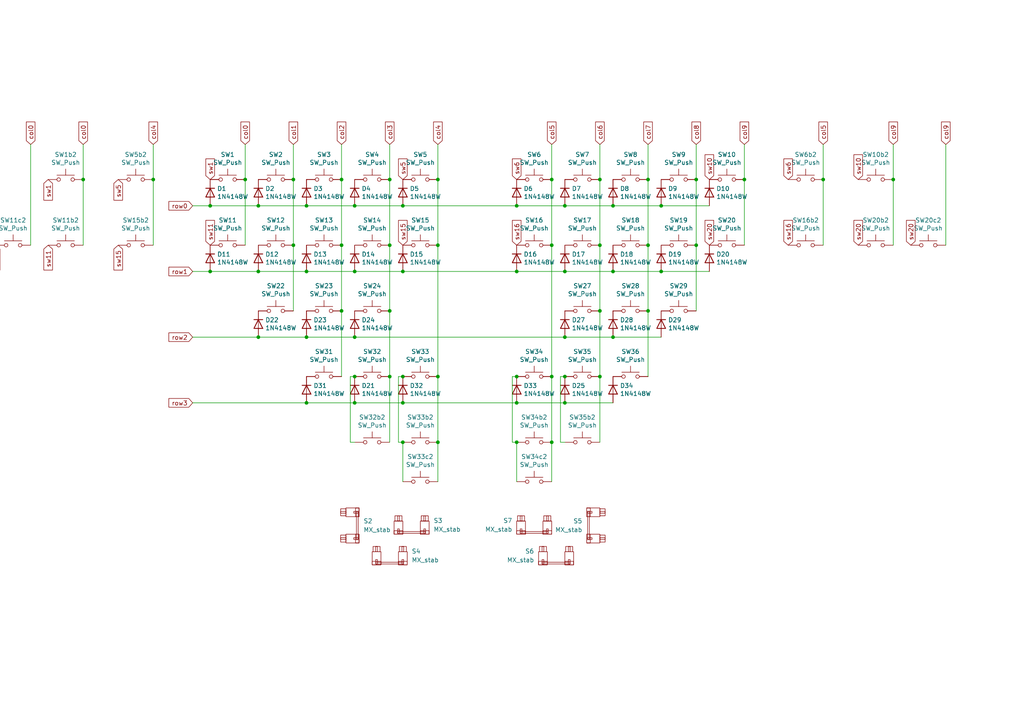
<source format=kicad_sch>
(kicad_sch (version 20230121) (generator eeschema)
  (paper "A4")
  (title_block (title "Chiffchaff") (date "2024-06-24") (rev "0.1") (company "apfel"))
  (lib_symbols
    (symbol "Diode:1N4148" (pin_numbers hide) (pin_names hide)
      (property "Reference" "D" (at 0 2.54 0))
      (property "Value" "1N4148" (at 0 -2.54 0))
      (symbol "1N4148_0_1"
        (polyline (pts (xy -1.27 1.27) (xy -1.27 -1.27)) (stroke (width 0.254)))
        (polyline (pts (xy 1.27 0) (xy -1.27 0)))
        (polyline (pts (xy 1.27 1.27) (xy 1.27 -1.27) (xy -1.27 0) (xy 1.27 1.27)) (stroke (width 0.254)))
      )
      (symbol "1N4148_1_1"
        (pin passive line (at -3.81 0 0) (length 2.54) (name "K") (number "1"))
        (pin passive line (at 3.81 0 180) (length 2.54) (name "A") (number "2"))
      )
    )
    (symbol "PCM_marbastlib-mx:MX_stab" (pin_names (offset 1.016))
      (property "Reference" "S" (at -5.08 6.35 0))
      (property "Value" "MX_stab" (at -5.08 3.81 0))
      (symbol "MX_stab_0_1"
        (rectangle (start -5.08 -1.524) (end -2.54 -2.54))
        (rectangle (start -5.08 1.27) (end -2.54 -2.54))
        (rectangle (start -4.826 2.794) (end -2.794 1.27))
        (rectangle (start -4.064 -2.286) (end -3.556 -1.016))
        (rectangle (start -4.064 -1.778) (end 4.064 -2.286))
        (rectangle (start -4.064 1.27) (end -3.556 2.794))
        (rectangle (start 2.54 -1.524) (end 5.08 -2.54))
        (rectangle (start 2.54 1.27) (end 5.08 -2.54))
        (rectangle (start 2.794 2.794) (end 4.826 1.27))
        (rectangle (start 3.556 1.27) (end 4.064 2.794))
        (rectangle (start 4.064 -2.286) (end 3.556 -1.016))
      )
    )
    (symbol "Switch:SW_Push" (pin_numbers hide) (pin_names (offset 1.016) hide)
      (property "Reference" "SW" (at 1.27 2.54 0))
      (property "Value" "SW_Push" (at 0 -1.524 0))
      (symbol "SW_Push_0_1"
        (circle (center -2.032 0) (radius 0.508))
        (polyline (pts (xy 0 1.27) (xy 0 3.048)))
        (polyline (pts (xy 2.54 1.27) (xy -2.54 1.27)))
        (circle (center 2.032 0) (radius 0.508))
        (pin passive line (at -5.08 0 0) (length 2.54) (name "1") (number "1"))
        (pin passive line (at 5.08 0 180) (length 2.54) (name "2") (number "2"))
      )
    )
  )
  (junction (at 187.96 52.07))
  (junction (at 102.87 109.22))
  (junction (at 102.87 78.74))
  (junction (at 160.02 71.12))
  (junction (at 160.02 52.07))
  (junction (at 116.84 116.84))
  (junction (at 116.84 109.22))
  (junction (at 149.86 128.27))
  (junction (at 74.93 59.69))
  (junction (at 60.96 59.69))
  (junction (at 127 71.12))
  (junction (at 24.13 52.07))
  (junction (at 163.83 97.79))
  (junction (at 88.9 97.79))
  (junction (at 149.86 78.74))
  (junction (at 113.03 52.07))
  (junction (at 74.93 97.79))
  (junction (at 44.45 52.07))
  (junction (at 191.77 78.74))
  (junction (at 99.06 90.17))
  (junction (at 177.8 59.69))
  (junction (at 187.96 71.12))
  (junction (at 99.06 52.07))
  (junction (at 149.86 109.22))
  (junction (at 85.09 71.12))
  (junction (at 116.84 128.27))
  (junction (at 60.96 78.74))
  (junction (at 102.87 59.69))
  (junction (at 201.93 71.12))
  (junction (at 160.02 109.22))
  (junction (at 113.03 90.17))
  (junction (at 187.96 90.17))
  (junction (at 163.83 109.22))
  (junction (at 163.83 59.69))
  (junction (at 163.83 116.84))
  (junction (at 88.9 78.74))
  (junction (at 127 128.27))
  (junction (at 88.9 116.84))
  (junction (at 173.99 90.17))
  (junction (at 71.12 52.07))
  (junction (at 149.86 59.69))
  (junction (at 191.77 59.69))
  (junction (at 113.03 109.22))
  (junction (at 238.76 52.07))
  (junction (at 149.86 116.84))
  (junction (at 74.93 78.74))
  (junction (at 173.99 71.12))
  (junction (at 88.9 59.69))
  (junction (at 85.09 52.07))
  (junction (at 215.9 52.07))
  (junction (at 102.87 116.84))
  (junction (at 116.84 59.69))
  (junction (at 173.99 52.07))
  (junction (at 201.93 52.07))
  (junction (at 259.08 52.07))
  (junction (at 177.8 97.79))
  (junction (at 116.84 78.74))
  (junction (at 113.03 71.12))
  (junction (at 127 52.07))
  (junction (at 160.02 128.27))
  (junction (at 173.99 109.22))
  (junction (at 99.06 71.12))
  (junction (at 163.83 78.74))
  (junction (at 102.87 97.79))
  (junction (at 127 109.22))
  (junction (at 177.8 78.74))
  (wire (pts (xy 149.86 59.69) (xy 163.83 59.69)))
  (wire (pts (xy 113.03 52.07) (xy 113.03 71.12)))
  (wire (pts (xy 116.84 128.27) (xy 115.57 128.27)))
  (wire (pts (xy 115.57 109.22) (xy 116.84 109.22)))
  (wire (pts (xy 163.83 59.69) (xy 177.8 59.69)))
  (wire (pts (xy 102.87 97.79) (xy 163.83 97.79)))
  (wire (pts (xy 238.76 52.07) (xy 238.76 71.12)))
  (wire (pts (xy 99.06 41.91) (xy 99.06 52.07)))
  (wire (pts (xy 160.02 52.07) (xy 160.02 71.12)))
  (wire (pts (xy 127 41.91) (xy 127 52.07)))
  (wire (pts (xy 116.84 128.27) (xy 116.84 139.7)))
  (wire (pts (xy 113.03 109.22) (xy 113.03 128.27)))
  (wire (pts (xy 148.59 109.22) (xy 149.86 109.22)))
  (wire (pts (xy 44.45 52.07) (xy 44.45 41.91)))
  (wire (pts (xy 173.99 109.22) (xy 173.99 128.27)))
  (wire (pts (xy 201.93 52.07) (xy 201.93 71.12)))
  (wire (pts (xy 162.56 128.27) (xy 162.56 109.22)))
  (wire (pts (xy 149.86 128.27) (xy 148.59 128.27)))
  (wire (pts (xy 85.09 71.12) (xy 85.09 90.17)))
  (wire (pts (xy 99.06 90.17) (xy 99.06 109.22)))
  (wire (pts (xy 8.89 41.91) (xy 8.89 71.12)))
  (wire (pts (xy 44.45 52.07) (xy 44.45 71.12)))
  (wire (pts (xy 173.99 41.91) (xy 173.99 52.07)))
  (wire (pts (xy 116.84 59.69) (xy 149.86 59.69)))
  (wire (pts (xy 173.99 52.07) (xy 173.99 71.12)))
  (wire (pts (xy 187.96 41.91) (xy 187.96 52.07)))
  (wire (pts (xy 102.87 128.27) (xy 101.6 128.27)))
  (wire (pts (xy 160.02 128.27) (xy 160.02 139.7)))
  (wire (pts (xy 24.13 52.07) (xy 24.13 71.12)))
  (wire (pts (xy 74.93 78.74) (xy 88.9 78.74)))
  (wire (pts (xy 116.84 116.84) (xy 149.86 116.84)))
  (wire (pts (xy 113.03 41.91) (xy 113.03 52.07)))
  (wire (pts (xy 116.84 78.74) (xy 149.86 78.74)))
  (wire (pts (xy 149.86 78.74) (xy 163.83 78.74)))
  (wire (pts (xy 160.02 109.22) (xy 160.02 128.27)))
  (wire (pts (xy 163.83 97.79) (xy 177.8 97.79)))
  (wire (pts (xy 88.9 116.84) (xy 102.87 116.84)))
  (wire (pts (xy 215.9 41.91) (xy 215.9 52.07)))
  (wire (pts (xy 160.02 71.12) (xy 160.02 109.22)))
  (wire (pts (xy 162.56 109.22) (xy 163.83 109.22)))
  (wire (pts (xy 259.08 41.91) (xy 259.08 52.07)))
  (wire (pts (xy 149.86 128.27) (xy 149.86 139.7)))
  (wire (pts (xy 55.88 116.84) (xy 88.9 116.84)))
  (wire (pts (xy 55.88 78.74) (xy 60.96 78.74)))
  (wire (pts (xy 163.83 128.27) (xy 162.56 128.27)))
  (wire (pts (xy 173.99 90.17) (xy 173.99 109.22)))
  (wire (pts (xy 102.87 116.84) (xy 116.84 116.84)))
  (wire (pts (xy 163.83 116.84) (xy 177.8 116.84)))
  (wire (pts (xy 74.93 59.69) (xy 88.9 59.69)))
  (wire (pts (xy 113.03 71.12) (xy 113.03 90.17)))
  (wire (pts (xy 191.77 59.69) (xy 205.74 59.69)))
  (wire (pts (xy 101.6 109.22) (xy 102.87 109.22)))
  (wire (pts (xy 55.88 59.69) (xy 60.96 59.69)))
  (wire (pts (xy 201.93 71.12) (xy 201.93 90.17)))
  (wire (pts (xy 88.9 59.69) (xy 102.87 59.69)))
  (wire (pts (xy 102.87 78.74) (xy 116.84 78.74)))
  (wire (pts (xy 215.9 52.07) (xy 215.9 71.12)))
  (wire (pts (xy 88.9 97.79) (xy 102.87 97.79)))
  (wire (pts (xy 187.96 52.07) (xy 187.96 71.12)))
  (wire (pts (xy 55.88 97.79) (xy 74.93 97.79)))
  (wire (pts (xy 127 71.12) (xy 127 109.22)))
  (wire (pts (xy 177.8 97.79) (xy 191.77 97.79)))
  (wire (pts (xy 274.32 41.91) (xy 274.32 71.12)))
  (wire (pts (xy 173.99 71.12) (xy 173.99 90.17)))
  (wire (pts (xy 113.03 90.17) (xy 113.03 109.22)))
  (wire (pts (xy 127 128.27) (xy 127 139.7)))
  (wire (pts (xy 24.13 52.07) (xy 24.13 41.91)))
  (wire (pts (xy 187.96 71.12) (xy 187.96 90.17)))
  (wire (pts (xy 85.09 41.91) (xy 85.09 52.07)))
  (wire (pts (xy 149.86 116.84) (xy 163.83 116.84)))
  (wire (pts (xy 238.76 41.91) (xy 238.76 52.07)))
  (wire (pts (xy 160.02 41.91) (xy 160.02 52.07)))
  (wire (pts (xy 71.12 52.07) (xy 71.12 71.12)))
  (wire (pts (xy 85.09 52.07) (xy 85.09 71.12)))
  (wire (pts (xy 88.9 78.74) (xy 102.87 78.74)))
  (wire (pts (xy 127 109.22) (xy 127 128.27)))
  (wire (pts (xy 127 52.07) (xy 127 71.12)))
  (wire (pts (xy 115.57 128.27) (xy 115.57 109.22)))
  (wire (pts (xy 99.06 52.07) (xy 99.06 71.12)))
  (wire (pts (xy 163.83 78.74) (xy 177.8 78.74)))
  (wire (pts (xy 148.59 128.27) (xy 148.59 109.22)))
  (wire (pts (xy 201.93 41.91) (xy 201.93 52.07)))
  (wire (pts (xy 99.06 71.12) (xy 99.06 90.17)))
  (wire (pts (xy 191.77 78.74) (xy 205.74 78.74)))
  (wire (pts (xy 177.8 59.69) (xy 191.77 59.69)))
  (wire (pts (xy 71.12 52.07) (xy 71.12 41.91)))
  (wire (pts (xy 259.08 52.07) (xy 259.08 71.12)))
  (wire (pts (xy 187.96 90.17) (xy 187.96 109.22)))
  (wire (pts (xy 177.8 78.74) (xy 191.77 78.74)))
  (wire (pts (xy 101.6 128.27) (xy 101.6 109.22)))
  (wire (pts (xy 60.96 78.74) (xy 74.93 78.74)))
  (wire (pts (xy 74.93 97.79) (xy 88.9 97.79)))
  (wire (pts (xy 102.87 59.69) (xy 116.84 59.69)))
  (wire (pts (xy 60.96 59.69) (xy 74.93 59.69)))
  (global_label "sw1" (shape input) (at 13.97 52.07 270) (property "Intersheetrefs" "${INTERSHEET_REFS}" (effects hide)))
  (global_label "col7" (shape input) (at 187.96 41.91 90) (property "Intersheetrefs" "${INTERSHEET_REFS}" (effects hide)))
  (global_label "sw15" (shape input) (at 34.29 71.12 270) (property "Intersheetrefs" "${INTERSHEET_REFS}" (effects hide)))
  (global_label "col2" (shape input) (at 99.06 41.91 90) (property "Intersheetrefs" "${INTERSHEET_REFS}" (effects hide)))
  (global_label "col8" (shape input) (at 201.93 41.91 90) (property "Intersheetrefs" "${INTERSHEET_REFS}" (effects hide)))
  (global_label "col0" (shape input) (at 24.13 41.91 90) (property "Intersheetrefs" "${INTERSHEET_REFS}" (effects hide)))
  (global_label "sw11" (shape input) (at -1.27 71.12 270) (property "Intersheetrefs" "${INTERSHEET_REFS}" (effects hide)))
  (global_label "sw5" (shape input) (at 116.84 52.07 90) (property "Intersheetrefs" "${INTERSHEET_REFS}" (effects hide)))
  (global_label "col0" (shape input) (at 71.12 41.91 90) (property "Intersheetrefs" "${INTERSHEET_REFS}" (effects hide)))
  (global_label "col3" (shape input) (at 113.03 41.91 90) (property "Intersheetrefs" "${INTERSHEET_REFS}" (effects hide)))
  (global_label "col4" (shape input) (at 127 41.91 90) (property "Intersheetrefs" "${INTERSHEET_REFS}" (effects hide)))
  (global_label "sw16" (shape input) (at 228.6 71.12 90) (property "Intersheetrefs" "${INTERSHEET_REFS}" (effects hide)))
  (global_label "col4" (shape input) (at 44.45 41.91 90) (property "Intersheetrefs" "${INTERSHEET_REFS}" (effects hide)))
  (global_label "row1" (shape input) (at 55.88 78.74 180) (property "Intersheetrefs" "${INTERSHEET_REFS}" (effects hide)))
  (global_label "sw20" (shape input) (at 264.16 71.12 90) (property "Intersheetrefs" "${INTERSHEET_REFS}" (effects hide)))
  (global_label "row2" (shape input) (at 55.88 97.79 180) (property "Intersheetrefs" "${INTERSHEET_REFS}" (effects hide)))
  (global_label "col5" (shape input) (at 238.76 41.91 90) (property "Intersheetrefs" "${INTERSHEET_REFS}" (effects hide)))
  (global_label "row3" (shape input) (at 55.88 116.84 180) (property "Intersheetrefs" "${INTERSHEET_REFS}" (effects hide)))
  (global_label "col9" (shape input) (at 259.08 41.91 90) (property "Intersheetrefs" "${INTERSHEET_REFS}" (effects hide)))
  (global_label "sw5" (shape input) (at 34.29 52.07 270) (property "Intersheetrefs" "${INTERSHEET_REFS}" (effects hide)))
  (global_label "sw16" (shape input) (at 149.86 71.12 90) (property "Intersheetrefs" "${INTERSHEET_REFS}" (effects hide)))
  (global_label "sw20" (shape input) (at 205.74 71.12 90) (property "Intersheetrefs" "${INTERSHEET_REFS}" (effects hide)))
  (global_label "sw11" (shape input) (at 60.96 71.12 90) (property "Intersheetrefs" "${INTERSHEET_REFS}" (effects hide)))
  (global_label "col9" (shape input) (at 274.32 41.91 90) (property "Intersheetrefs" "${INTERSHEET_REFS}" (effects hide)))
  (global_label "col1" (shape input) (at 85.09 41.91 90) (property "Intersheetrefs" "${INTERSHEET_REFS}" (effects hide)))
  (global_label "sw11" (shape input) (at 13.97 71.12 270) (property "Intersheetrefs" "${INTERSHEET_REFS}" (effects hide)))
  (global_label "sw20" (shape input) (at 248.92 71.12 90) (property "Intersheetrefs" "${INTERSHEET_REFS}" (effects hide)))
  (global_label "col5" (shape input) (at 160.02 41.91 90) (property "Intersheetrefs" "${INTERSHEET_REFS}" (effects hide)))
  (global_label "row0" (shape input) (at 55.88 59.69 180) (property "Intersheetrefs" "${INTERSHEET_REFS}" (effects hide)))
  (global_label "sw10" (shape input) (at 205.74 52.07 90) (property "Intersheetrefs" "${INTERSHEET_REFS}" (effects hide)))
  (global_label "sw15" (shape input) (at 116.84 71.12 90) (property "Intersheetrefs" "${INTERSHEET_REFS}" (effects hide)))
  (global_label "col0" (shape input) (at 8.89 41.91 90) (property "Intersheetrefs" "${INTERSHEET_REFS}" (effects hide)))
  (global_label "col9" (shape input) (at 215.9 41.91 90) (property "Intersheetrefs" "${INTERSHEET_REFS}" (effects hide)))
  (global_label "sw1" (shape input) (at 60.96 52.07 90) (property "Intersheetrefs" "${INTERSHEET_REFS}" (effects hide)))
  (global_label "sw10" (shape input) (at 248.92 52.07 90) (property "Intersheetrefs" "${INTERSHEET_REFS}" (effects hide)))
  (global_label "sw6" (shape input) (at 228.6 52.07 90) (property "Intersheetrefs" "${INTERSHEET_REFS}" (effects hide)))
  (global_label "sw6" (shape input) (at 149.86 52.07 90) (property "Intersheetrefs" "${INTERSHEET_REFS}" (effects hide)))
  (global_label "col6" (shape input) (at 173.99 41.91 90) (property "Intersheetrefs" "${INTERSHEET_REFS}" (effects hide)))
  (symbol (lib_id "Diode:1N4148") (at 205.74 74.93 270) (unit 1)
    (property "Reference" "D20" (at 207.7466 73.7616 90) (effects (justify left)))
    (property "Value" "1N4148W" (at 207.7466 76.073 90) (effects (justify left)))
    (property "Footprint" "Diode_SMD:D_SOD-123" (effects hide))
    (property "Datasheet" "https://assets.nexperia.com/documents/data-sheet/1N4148_1N4448.pdf" (effects hide))
    (property "JlcRotOffset" "-14" (effects hide))
    (instances (project "kicad_chiffre_minus" (path "" (reference "D20") (unit 1))) (project "LeChiffre" (path "" (reference "D?") (unit 1))))
  )
  (symbol (lib_id "Diode:1N4148") (at 102.87 74.93 270) (unit 1)
    (property "Reference" "D14" (at 104.8766 73.7616 90) (effects (justify left)))
    (property "Value" "1N4148W" (at 104.8766 76.073 90) (effects (justify left)))
    (property "Footprint" "Diode_SMD:D_SOD-123" (effects hide))
    (property "Datasheet" "https://assets.nexperia.com/documents/data-sheet/1N4148_1N4448.pdf" (effects hide))
    (property "JlcRotOffset" "14" (effects hide))
    (instances (project "kicad_chiffre_minus" (path "" (reference "D14") (unit 1))) (project "LeChiffre" (path "" (reference "D?") (unit 1))))
  )
  (symbol (lib_id "Diode:1N4148") (at 177.8 113.03 270) (unit 1)
    (property "Reference" "D34" (at 179.8066 111.8616 90) (effects (justify left)))
    (property "Value" "1N4148W" (at 179.8066 114.173 90) (effects (justify left)))
    (property "Footprint" "Diode_SMD:D_SOD-123" (effects hide))
    (property "Datasheet" "https://assets.nexperia.com/documents/data-sheet/1N4148_1N4448.pdf" (effects hide))
    (property "JlcRotOffset" "-14" (effects hide))
    (instances (project "kicad_chiffre_minus" (path "" (reference "D34") (unit 1))) (project "LeChiffre" (path "" (reference "D?") (unit 1))))
  )
  (symbol (lib_id "PCM_marbastlib-mx:MX_stab") (at 154.94 152.4 0) (mirror y) (unit 1)
    (property "Reference" "S7" (at 148.59 151.003 0) (effects (justify left)))
    (property "Value" "MX_stab" (at 148.59 153.543 0) (effects (justify left)))
    (property "Footprint" "apfellib:STAB_MX_3.25u" (effects hide))
  )
  (symbol (lib_id "Switch:SW_Push") (at 80.01 90.17 0) (unit 1)
    (property "Reference" "SW22" (at 80.01 82.931 0))
    (property "Value" "SW_Push" (at 80.01 85.2424 0))
    (property "Footprint" "PCM_marbastlib-mx:SW_MX_1u" (effects hide))
    (property "exclude_pcba" "true" (effects hide))
    (instances (project "kicad_chiffre_minus" (path "" (reference "SW22") (unit 1))) (project "LeChiffre" (path "" (reference "SW?") (unit 1))))
  )
  (symbol (lib_id "Switch:SW_Push") (at 233.68 71.12 0) (unit 1)
    (property "Reference" "SW16b2" (at 233.68 63.881 0))
    (property "Value" "SW_Push" (at 233.68 66.1924 0))
    (property "Footprint" "PCM_marbastlib-mx:SW_MX_1.5u" (effects hide))
    (property "exclude_pcba" "true" (effects hide))
  )
  (symbol (lib_id "Diode:1N4148") (at 116.84 55.88 270) (unit 1)
    (property "Reference" "D5" (at 118.8466 54.7116 90) (effects (justify left)))
    (property "Value" "1N4148W" (at 118.8466 57.023 90) (effects (justify left)))
    (property "Footprint" "Diode_SMD:D_SOD-123" (effects hide))
    (property "Datasheet" "https://assets.nexperia.com/documents/data-sheet/1N4148_1N4448.pdf" (effects hide))
    (property "JlcRotOffset" "14" (effects hide))
    (instances (project "kicad_chiffre_minus" (path "" (reference "D5") (unit 1))) (project "LeChiffre" (path "" (reference "D?") (unit 1))))
  )
  (symbol (lib_id "Diode:1N4148") (at 88.9 93.98 270) (unit 1)
    (property "Reference" "D23" (at 90.9066 92.8116 90) (effects (justify left)))
    (property "Value" "1N4148W" (at 90.9066 95.123 90) (effects (justify left)))
    (property "Footprint" "Diode_SMD:D_SOD-123" (effects hide))
    (property "Datasheet" "https://assets.nexperia.com/documents/data-sheet/1N4148_1N4448.pdf" (effects hide))
    (property "JlcRotOffset" "14" (effects hide))
    (instances (project "kicad_chiffre_minus" (path "" (reference "D23") (unit 1))) (project "LeChiffre" (path "" (reference "D?") (unit 1))))
  )
  (symbol (lib_id "Diode:1N4148") (at 74.93 74.93 270) (unit 1)
    (property "Reference" "D12" (at 76.9366 73.7616 90) (effects (justify left)))
    (property "Value" "1N4148W" (at 76.9366 76.073 90) (effects (justify left)))
    (property "Footprint" "Diode_SMD:D_SOD-123" (effects hide))
    (property "Datasheet" "https://assets.nexperia.com/documents/data-sheet/1N4148_1N4448.pdf" (effects hide))
    (property "JlcRotOffset" "14" (effects hide))
    (instances (project "kicad_chiffre_minus" (path "" (reference "D12") (unit 1))) (project "LeChiffre" (path "" (reference "D?") (unit 1))))
  )
  (symbol (lib_id "Switch:SW_Push") (at 196.85 71.12 0) (unit 1)
    (property "Reference" "SW19" (at 196.85 63.881 0))
    (property "Value" "SW_Push" (at 196.85 66.1924 0))
    (property "Footprint" "PCM_marbastlib-mx:SW_MX_1u" (effects hide))
    (property "exclude_pcba" "true" (effects hide))
    (instances (project "kicad_chiffre_minus" (path "" (reference "SW19") (unit 1))) (project "LeChiffre" (path "" (reference "SW?") (unit 1))))
  )
  (symbol (lib_id "Switch:SW_Push") (at 121.92 71.12 0) (unit 1)
    (property "Reference" "SW15" (at 121.92 63.881 0))
    (property "Value" "SW_Push" (at 121.92 66.1924 0))
    (property "Footprint" "PCM_marbastlib-mx:SW_MX_1u" (effects hide))
    (property "exclude_pcba" "true" (effects hide))
    (instances (project "kicad_chiffre_minus" (path "" (reference "SW15") (unit 1))) (project "LeChiffre" (path "" (reference "SW?") (unit 1))))
  )
  (symbol (lib_id "Switch:SW_Push") (at 3.81 71.12 0) (mirror y) (unit 1)
    (property "Reference" "SW11c2" (at 3.81 63.881 0))
    (property "Value" "SW_Push" (at 3.81 66.1924 0))
    (property "Footprint" "PCM_marbastlib-mx:SW_MX_1u" (effects hide))
    (property "exclude_pcba" "true" (effects hide))
  )
  (symbol (lib_id "Switch:SW_Push") (at 121.92 128.27 0) (unit 1)
    (property "Reference" "SW33b2" (at 121.92 121.031 0))
    (property "Value" "SW_Push" (at 121.92 123.3424 0))
    (property "Footprint" "PCM_marbastlib-mx:SW_MX_1.5u" (effects hide))
    (property "exclude_pcba" "true" (effects hide))
  )
  (symbol (lib_id "Switch:SW_Push") (at 168.91 109.22 0) (unit 1)
    (property "Reference" "SW35" (at 168.91 101.981 0))
    (property "Value" "SW_Push" (at 168.91 104.2924 0))
    (property "Footprint" "PCM_marbastlib-mx:SW_MX_1.25u" (effects hide))
    (property "exclude_pcba" "true" (effects hide))
  )
  (symbol (lib_id "Diode:1N4148") (at 177.8 93.98 270) (unit 1)
    (property "Reference" "D28" (at 179.8066 92.8116 90) (effects (justify left)))
    (property "Value" "1N4148W" (at 179.8066 95.123 90) (effects (justify left)))
    (property "Footprint" "Diode_SMD:D_SOD-123" (effects hide))
    (property "Datasheet" "https://assets.nexperia.com/documents/data-sheet/1N4148_1N4448.pdf" (effects hide))
    (property "JlcRotOffset" "-14" (effects hide))
    (instances (project "kicad_chiffre_minus" (path "" (reference "D28") (unit 1))) (project "LeChiffre" (path "" (reference "D?") (unit 1))))
  )
  (symbol (lib_id "Diode:1N4148") (at 149.86 113.03 270) (unit 1)
    (property "Reference" "D33" (at 151.8666 111.8616 90) (effects (justify left)))
    (property "Value" "1N4148W" (at 151.8666 114.173 90) (effects (justify left)))
    (property "Footprint" "Diode_SMD:D_SOD-123" (effects hide))
    (property "Datasheet" "https://assets.nexperia.com/documents/data-sheet/1N4148_1N4448.pdf" (effects hide))
    (property "JlcRotOffset" "-14" (effects hide))
    (instances (project "kicad_chiffre_minus" (path "" (reference "D33") (unit 1))) (project "LeChiffre" (path "" (reference "D?") (unit 1))))
  )
  (symbol (lib_id "Switch:SW_Push") (at 168.91 128.27 0) (unit 1)
    (property "Reference" "SW35b2" (at 168.91 121.031 0))
    (property "Value" "SW_Push" (at 168.91 123.3424 0))
    (property "Footprint" "PCM_marbastlib-mx:SW_MX_1u" (effects hide))
    (property "exclude_pcba" "true" (effects hide))
  )
  (symbol (lib_id "Switch:SW_Push") (at 182.88 71.12 0) (unit 1)
    (property "Reference" "SW18" (at 182.88 63.881 0))
    (property "Value" "SW_Push" (at 182.88 66.1924 0))
    (property "Footprint" "PCM_marbastlib-mx:SW_MX_1u" (effects hide))
    (property "exclude_pcba" "true" (effects hide))
    (instances (project "kicad_chiffre_minus" (path "" (reference "SW18") (unit 1))) (project "LeChiffre" (path "" (reference "SW?") (unit 1))))
  )
  (symbol (lib_id "Switch:SW_Push") (at 182.88 109.22 0) (unit 1)
    (property "Reference" "SW36" (at 182.88 101.981 0))
    (property "Value" "SW_Push" (at 182.88 104.2924 0))
    (property "Footprint" "PCM_marbastlib-mx:SW_MX_1u" (effects hide))
    (property "exclude_pcba" "true" (effects hide))
    (instances (project "kicad_chiffre_minus" (path "" (reference "SW36") (unit 1))) (project "LeChiffre" (path "" (reference "SW?") (unit 1))))
  )
  (symbol (lib_id "Switch:SW_Push") (at 168.91 90.17 0) (unit 1)
    (property "Reference" "SW27" (at 168.91 82.931 0))
    (property "Value" "SW_Push" (at 168.91 85.2424 0))
    (property "Footprint" "PCM_marbastlib-mx:SW_MX_1u" (effects hide))
    (property "exclude_pcba" "true" (effects hide))
    (instances (project "kicad_chiffre_minus" (path "" (reference "SW27") (unit 1))) (project "LeChiffre" (path "" (reference "SW?") (unit 1))))
  )
  (symbol (lib_id "Switch:SW_Push") (at 154.94 139.7 0) (unit 1)
    (property "Reference" "SW34c2" (at 154.94 132.461 0))
    (property "Value" "SW_Push" (at 154.94 134.7724 0))
    (property "Footprint" "PCM_marbastlib-mx:SW_MX_1u" (effects hide))
    (property "exclude_pcba" "true" (effects hide))
  )
  (symbol (lib_id "Switch:SW_Push") (at 154.94 128.27 0) (unit 1)
    (property "Reference" "SW34b2" (at 154.94 121.031 0))
    (property "Value" "SW_Push" (at 154.94 123.3424 0))
    (property "Footprint" "PCM_marbastlib-mx:SW_MX_1.5u" (effects hide))
    (property "exclude_pcba" "true" (effects hide))
  )
  (symbol (lib_id "Switch:SW_Push") (at 210.82 52.07 0) (unit 1)
    (property "Reference" "SW10" (at 210.82 44.831 0))
    (property "Value" "SW_Push" (at 210.82 47.1424 0))
    (property "Footprint" "PCM_marbastlib-mx:SW_MX_1u" (effects hide))
    (property "exclude_pcba" "true" (effects hide))
    (instances (project "kicad_chiffre_minus" (path "" (reference "SW10") (unit 1))) (project "LeChiffre" (path "" (reference "SW?") (unit 1))))
  )
  (symbol (lib_id "Switch:SW_Push") (at 93.98 71.12 0) (unit 1)
    (property "Reference" "SW13" (at 93.98 63.881 0))
    (property "Value" "SW_Push" (at 93.98 66.1924 0))
    (property "Footprint" "PCM_marbastlib-mx:SW_MX_1u" (effects hide))
    (property "exclude_pcba" "true" (effects hide))
    (instances (project "kicad_chiffre_minus" (path "" (reference "SW13") (unit 1))) (project "LeChiffre" (path "" (reference "SW?") (unit 1))))
  )
  (symbol (lib_id "Switch:SW_Push") (at 107.95 71.12 0) (unit 1)
    (property "Reference" "SW14" (at 107.95 63.881 0))
    (property "Value" "SW_Push" (at 107.95 66.1924 0))
    (property "Footprint" "PCM_marbastlib-mx:SW_MX_1u" (effects hide))
    (property "exclude_pcba" "true" (effects hide))
    (instances (project "kicad_chiffre_minus" (path "" (reference "SW14") (unit 1))) (project "LeChiffre" (path "" (reference "SW?") (unit 1))))
  )
  (symbol (lib_id "Switch:SW_Push") (at 107.95 90.17 0) (unit 1)
    (property "Reference" "SW24" (at 107.95 82.931 0))
    (property "Value" "SW_Push" (at 107.95 85.2424 0))
    (property "Footprint" "PCM_marbastlib-mx:SW_MX_1u" (effects hide))
    (property "exclude_pcba" "true" (effects hide))
    (instances (project "kicad_chiffre_minus" (path "" (reference "SW24") (unit 1))) (project "LeChiffre" (path "" (reference "SW?") (unit 1))))
  )
  (symbol (lib_id "Switch:SW_Push") (at 66.04 52.07 0) (unit 1)
    (property "Reference" "SW1" (at 66.04 44.831 0))
    (property "Value" "SW_Push" (at 66.04 47.1424 0))
    (property "Footprint" "PCM_marbastlib-mx:SW_MX_1u" (effects hide))
    (property "exclude_pcba" "true" (effects hide))
    (instances (project "kicad_chiffre_minus" (path "" (reference "SW1") (unit 1))) (project "LeChiffre" (path "" (reference "SW?") (unit 1))))
  )
  (symbol (lib_id "Switch:SW_Push") (at 80.01 52.07 0) (unit 1)
    (property "Reference" "SW2" (at 80.01 44.831 0))
    (property "Value" "SW_Push" (at 80.01 47.1424 0))
    (property "Footprint" "PCM_marbastlib-mx:SW_MX_1u" (effects hide))
    (property "exclude_pcba" "true" (effects hide))
    (instances (project "kicad_chiffre_minus" (path "" (reference "SW2") (unit 1))) (project "LeChiffre" (path "" (reference "SW?") (unit 1))))
  )
  (symbol (lib_id "Switch:SW_Push") (at 254 52.07 0) (unit 1)
    (property "Reference" "SW10b2" (at 254 44.831 0))
    (property "Value" "SW_Push" (at 254 47.1424 0))
    (property "Footprint" "PCM_marbastlib-mx:SW_MX_1.5u" (effects hide))
    (property "exclude_pcba" "true" (effects hide))
  )
  (symbol (lib_id "Switch:SW_Push") (at 196.85 90.17 0) (unit 1)
    (property "Reference" "SW29" (at 196.85 82.931 0))
    (property "Value" "SW_Push" (at 196.85 85.2424 0))
    (property "Footprint" "PCM_marbastlib-mx:SW_MX_1u" (effects hide))
    (property "exclude_pcba" "true" (effects hide))
    (instances (project "kicad_chiffre_minus" (path "" (reference "SW29") (unit 1))) (project "LeChiffre" (path "" (reference "SW?") (unit 1))))
  )
  (symbol (lib_id "Diode:1N4148") (at 88.9 74.93 270) (unit 1)
    (property "Reference" "D13" (at 90.9066 73.7616 90) (effects (justify left)))
    (property "Value" "1N4148W" (at 90.9066 76.073 90) (effects (justify left)))
    (property "Footprint" "Diode_SMD:D_SOD-123" (effects hide))
    (property "Datasheet" "https://assets.nexperia.com/documents/data-sheet/1N4148_1N4448.pdf" (effects hide))
    (property "JlcRotOffset" "14" (effects hide))
    (instances (project "kicad_chiffre_minus" (path "" (reference "D13") (unit 1))) (project "LeChiffre" (path "" (reference "D?") (unit 1))))
  )
  (symbol (lib_id "Switch:SW_Push") (at 154.94 71.12 0) (unit 1)
    (property "Reference" "SW16" (at 154.94 63.881 0))
    (property "Value" "SW_Push" (at 154.94 66.1924 0))
    (property "Footprint" "PCM_marbastlib-mx:SW_MX_1u" (effects hide))
    (property "exclude_pcba" "true" (effects hide))
    (instances (project "kicad_chiffre_minus" (path "" (reference "SW16") (unit 1))) (project "LeChiffre" (path "" (reference "SW?") (unit 1))))
  )
  (symbol (lib_id "Switch:SW_Push") (at 168.91 52.07 0) (unit 1)
    (property "Reference" "SW7" (at 168.91 44.831 0))
    (property "Value" "SW_Push" (at 168.91 47.1424 0))
    (property "Footprint" "PCM_marbastlib-mx:SW_MX_1u" (effects hide))
    (property "exclude_pcba" "true" (effects hide))
    (instances (project "kicad_chiffre_minus" (path "" (reference "SW7") (unit 1))) (project "LeChiffre" (path "" (reference "SW?") (unit 1))))
  )
  (symbol (lib_id "Switch:SW_Push") (at 39.37 71.12 0) (mirror y) (unit 1)
    (property "Reference" "SW15b2" (at 39.37 63.881 0))
    (property "Value" "SW_Push" (at 39.37 66.1924 0))
    (property "Footprint" "PCM_marbastlib-mx:SW_MX_1.5u" (effects hide))
    (property "exclude_pcba" "true" (effects hide))
  )
  (symbol (lib_id "PCM_marbastlib-mx:MX_stab") (at 101.6 152.4 90) (unit 1)
    (property "Reference" "S2" (at 105.41 151.13 90) (effects (justify right)))
    (property "Value" "MX_stab" (at 105.41 153.67 90) (effects (justify right)))
    (property "Footprint" "PCM_marbastlib-mx:STAB_MX_3u" (effects hide))
  )
  (symbol (lib_id "Switch:SW_Push") (at 154.94 109.22 0) (unit 1)
    (property "Reference" "SW34" (at 154.94 101.981 0))
    (property "Value" "SW_Push" (at 154.94 104.2924 0))
    (property "Footprint" "PCM_marbastlib-mx:SW_MX_1u" (effects hide))
    (property "exclude_pcba" "true" (effects hide))
    (instances (project "kicad_chiffre_minus" (path "" (reference "SW34") (unit 1))) (project "LeChiffre" (path "" (reference "SW?") (unit 1))))
  )
  (symbol (lib_id "Switch:SW_Push") (at 121.92 52.07 0) (unit 1)
    (property "Reference" "SW5" (at 121.92 44.831 0))
    (property "Value" "SW_Push" (at 121.92 47.1424 0))
    (property "Footprint" "PCM_marbastlib-mx:SW_MX_1u" (effects hide))
    (property "exclude_pcba" "true" (effects hide))
    (instances (project "kicad_chiffre_minus" (path "" (reference "SW5") (unit 1))) (project "LeChiffre" (path "" (reference "SW?") (unit 1))))
  )
  (symbol (lib_id "PCM_marbastlib-mx:MX_stab") (at 119.38 152.4 0) (unit 1)
    (property "Reference" "S3" (at 125.73 151.003 0) (effects (justify left)))
    (property "Value" "MX_stab" (at 125.73 153.543 0) (effects (justify left)))
    (property "Footprint" "apfellib:STAB_MX_3.25u" (effects hide))
  )
  (symbol (lib_id "Switch:SW_Push") (at 121.92 109.22 0) (unit 1)
    (property "Reference" "SW33" (at 121.92 101.981 0))
    (property "Value" "SW_Push" (at 121.92 104.2924 0))
    (property "Footprint" "PCM_marbastlib-mx:SW_MX_1u" (effects hide))
    (property "exclude_pcba" "true" (effects hide))
    (instances (project "kicad_chiffre_minus" (path "" (reference "SW33") (unit 1))) (project "LeChiffre" (path "" (reference "SW?") (unit 1))))
  )
  (symbol (lib_id "Diode:1N4148") (at 102.87 113.03 270) (unit 1)
    (property "Reference" "D21" (at 104.8766 111.8616 90) (effects (justify left)))
    (property "Value" "1N4148W" (at 104.8766 114.173 90) (effects (justify left)))
    (property "Footprint" "Diode_SMD:D_SOD-123" (effects hide))
    (property "Datasheet" "https://assets.nexperia.com/documents/data-sheet/1N4148_1N4448.pdf" (effects hide))
    (property "JlcRotOffset" "14" (effects hide))
  )
  (symbol (lib_id "Diode:1N4148") (at 116.84 113.03 270) (unit 1)
    (property "Reference" "D32" (at 118.8466 111.8616 90) (effects (justify left)))
    (property "Value" "1N4148W" (at 118.8466 114.173 90) (effects (justify left)))
    (property "Footprint" "Diode_SMD:D_SOD-123" (effects hide))
    (property "Datasheet" "https://assets.nexperia.com/documents/data-sheet/1N4148_1N4448.pdf" (effects hide))
    (property "JlcRotOffset" "14" (effects hide))
    (instances (project "kicad_chiffre_minus" (path "" (reference "D32") (unit 1))) (project "LeChiffre" (path "" (reference "D?") (unit 1))))
  )
  (symbol (lib_id "Switch:SW_Push") (at 107.95 128.27 0) (unit 1)
    (property "Reference" "SW32b2" (at 107.95 121.031 0))
    (property "Value" "SW_Push" (at 107.95 123.3424 0))
    (property "Footprint" "PCM_marbastlib-mx:SW_MX_1u" (effects hide))
    (property "exclude_pcba" "true" (effects hide))
  )
  (symbol (lib_id "Diode:1N4148") (at 163.83 55.88 270) (unit 1)
    (property "Reference" "D7" (at 165.8366 54.7116 90) (effects (justify left)))
    (property "Value" "1N4148W" (at 165.8366 57.023 90) (effects (justify left)))
    (property "Footprint" "Diode_SMD:D_SOD-123" (effects hide))
    (property "Datasheet" "https://assets.nexperia.com/documents/data-sheet/1N4148_1N4448.pdf" (effects hide))
    (property "JlcRotOffset" "-14" (effects hide))
    (instances (project "kicad_chiffre_minus" (path "" (reference "D7") (unit 1))) (project "LeChiffre" (path "" (reference "D?") (unit 1))))
  )
  (symbol (lib_id "Diode:1N4148") (at 102.87 93.98 270) (unit 1)
    (property "Reference" "D24" (at 104.8766 92.8116 90) (effects (justify left)))
    (property "Value" "1N4148W" (at 104.8766 95.123 90) (effects (justify left)))
    (property "Footprint" "Diode_SMD:D_SOD-123" (effects hide))
    (property "Datasheet" "https://assets.nexperia.com/documents/data-sheet/1N4148_1N4448.pdf" (effects hide))
    (property "JlcRotOffset" "14" (effects hide))
    (instances (project "kicad_chiffre_minus" (path "" (reference "D24") (unit 1))) (project "LeChiffre" (path "" (reference "D?") (unit 1))))
  )
  (symbol (lib_id "Switch:SW_Push") (at 154.94 52.07 0) (unit 1)
    (property "Reference" "SW6" (at 154.94 44.831 0))
    (property "Value" "SW_Push" (at 154.94 47.1424 0))
    (property "Footprint" "PCM_marbastlib-mx:SW_MX_1u" (effects hide))
    (property "exclude_pcba" "true" (effects hide))
    (instances (project "kicad_chiffre_minus" (path "" (reference "SW6") (unit 1))) (project "LeChiffre" (path "" (reference "SW?") (unit 1))))
  )
  (symbol (lib_id "Diode:1N4148") (at 74.93 93.98 270) (unit 1)
    (property "Reference" "D22" (at 76.9366 92.8116 90) (effects (justify left)))
    (property "Value" "1N4148W" (at 76.9366 95.123 90) (effects (justify left)))
    (property "Footprint" "Diode_SMD:D_SOD-123" (effects hide))
    (property "Datasheet" "https://assets.nexperia.com/documents/data-sheet/1N4148_1N4448.pdf" (effects hide))
    (property "JlcRotOffset" "14" (effects hide))
    (instances (project "kicad_chiffre_minus" (path "" (reference "D22") (unit 1))) (project "LeChiffre" (path "" (reference "D?") (unit 1))))
  )
  (symbol (lib_id "Switch:SW_Push") (at 66.04 71.12 0) (unit 1)
    (property "Reference" "SW11" (at 66.04 63.881 0))
    (property "Value" "SW_Push" (at 66.04 66.1924 0))
    (property "Footprint" "PCM_marbastlib-mx:SW_MX_1u" (effects hide))
    (property "exclude_pcba" "true" (effects hide))
    (instances (project "kicad_chiffre_minus" (path "" (reference "SW11") (unit 1))) (project "LeChiffre" (path "" (reference "SW?") (unit 1))))
  )
  (symbol (lib_id "Diode:1N4148") (at 163.83 74.93 270) (unit 1)
    (property "Reference" "D17" (at 165.8366 73.7616 90) (effects (justify left)))
    (property "Value" "1N4148W" (at 165.8366 76.073 90) (effects (justify left)))
    (property "Footprint" "Diode_SMD:D_SOD-123" (effects hide))
    (property "Datasheet" "https://assets.nexperia.com/documents/data-sheet/1N4148_1N4448.pdf" (effects hide))
    (property "JlcRotOffset" "-14" (effects hide))
    (instances (project "kicad_chiffre_minus" (path "" (reference "D17") (unit 1))) (project "LeChiffre" (path "" (reference "D?") (unit 1))))
  )
  (symbol (lib_id "Diode:1N4148") (at 149.86 55.88 270) (unit 1)
    (property "Reference" "D6" (at 151.8666 54.7116 90) (effects (justify left)))
    (property "Value" "1N4148W" (at 151.8666 57.023 90) (effects (justify left)))
    (property "Footprint" "Diode_SMD:D_SOD-123" (effects hide))
    (property "Datasheet" "https://assets.nexperia.com/documents/data-sheet/1N4148_1N4448.pdf" (effects hide))
    (property "JlcRotOffset" "-14" (effects hide))
    (instances (project "kicad_chiffre_minus" (path "" (reference "D6") (unit 1))) (project "LeChiffre" (path "" (reference "D?") (unit 1))))
  )
  (symbol (lib_id "Diode:1N4148") (at 88.9 55.88 270) (unit 1)
    (property "Reference" "D3" (at 90.9066 54.7116 90) (effects (justify left)))
    (property "Value" "1N4148W" (at 90.9066 57.023 90) (effects (justify left)))
    (property "Footprint" "Diode_SMD:D_SOD-123" (effects hide))
    (property "Datasheet" "https://assets.nexperia.com/documents/data-sheet/1N4148_1N4448.pdf" (effects hide))
    (property "JlcRotOffset" "14" (effects hide))
    (instances (project "kicad_chiffre_minus" (path "" (reference "D3") (unit 1))) (project "LeChiffre" (path "" (reference "D?") (unit 1))))
  )
  (symbol (lib_id "Diode:1N4148") (at 88.9 113.03 270) (unit 1)
    (property "Reference" "D31" (at 90.9066 111.8616 90) (effects (justify left)))
    (property "Value" "1N4148W" (at 90.9066 114.173 90) (effects (justify left)))
    (property "Footprint" "Diode_SMD:D_SOD-123" (effects hide))
    (property "Datasheet" "https://assets.nexperia.com/documents/data-sheet/1N4148_1N4448.pdf" (effects hide))
    (property "JlcRotOffset" "14" (effects hide))
    (instances (project "kicad_chiffre_minus" (path "" (reference "D31") (unit 1))) (project "LeChiffre" (path "" (reference "D?") (unit 1))))
  )
  (symbol (lib_id "Switch:SW_Push") (at 107.95 52.07 0) (unit 1)
    (property "Reference" "SW4" (at 107.95 44.831 0))
    (property "Value" "SW_Push" (at 107.95 47.1424 0))
    (property "Footprint" "PCM_marbastlib-mx:SW_MX_1u" (effects hide))
    (property "exclude_pcba" "true" (effects hide))
    (instances (project "kicad_chiffre_minus" (path "" (reference "SW4") (unit 1))) (project "LeChiffre" (path "" (reference "SW?") (unit 1))))
  )
  (symbol (lib_id "Switch:SW_Push") (at 254 71.12 0) (unit 1)
    (property "Reference" "SW20b2" (at 254 63.881 0))
    (property "Value" "SW_Push" (at 254 66.1924 0))
    (property "Footprint" "PCM_marbastlib-mx:SW_MX_1.5u" (effects hide))
    (property "exclude_pcba" "true" (effects hide))
  )
  (symbol (lib_id "Switch:SW_Push") (at 107.95 109.22 0) (unit 1)
    (property "Reference" "SW32" (at 107.95 101.981 0))
    (property "Value" "SW_Push" (at 107.95 104.2924 0))
    (property "Footprint" "PCM_marbastlib-mx:SW_MX_1.25u" (effects hide))
    (property "exclude_pcba" "true" (effects hide))
  )
  (symbol (lib_id "Switch:SW_Push") (at 269.24 71.12 0) (unit 1)
    (property "Reference" "SW20c2" (at 269.24 63.881 0))
    (property "Value" "SW_Push" (at 269.24 66.1924 0))
    (property "Footprint" "PCM_marbastlib-mx:SW_MX_1u" (effects hide))
    (property "exclude_pcba" "true" (effects hide))
  )
  (symbol (lib_id "Switch:SW_Push") (at 80.01 71.12 0) (unit 1)
    (property "Reference" "SW12" (at 80.01 63.881 0))
    (property "Value" "SW_Push" (at 80.01 66.1924 0))
    (property "Footprint" "PCM_marbastlib-mx:SW_MX_1u" (effects hide))
    (property "exclude_pcba" "true" (effects hide))
    (instances (project "kicad_chiffre_minus" (path "" (reference "SW12") (unit 1))) (project "LeChiffre" (path "" (reference "SW?") (unit 1))))
  )
  (symbol (lib_id "Switch:SW_Push") (at 196.85 52.07 0) (unit 1)
    (property "Reference" "SW9" (at 196.85 44.831 0))
    (property "Value" "SW_Push" (at 196.85 47.1424 0))
    (property "Footprint" "PCM_marbastlib-mx:SW_MX_1u" (effects hide))
    (property "exclude_pcba" "true" (effects hide))
    (instances (project "kicad_chiffre_minus" (path "" (reference "SW9") (unit 1))) (project "LeChiffre" (path "" (reference "SW?") (unit 1))))
  )
  (symbol (lib_id "Diode:1N4148") (at 149.86 74.93 270) (unit 1)
    (property "Reference" "D16" (at 151.8666 73.7616 90) (effects (justify left)))
    (property "Value" "1N4148W" (at 151.8666 76.073 90) (effects (justify left)))
    (property "Footprint" "Diode_SMD:D_SOD-123" (effects hide))
    (property "Datasheet" "https://assets.nexperia.com/documents/data-sheet/1N4148_1N4448.pdf" (effects hide))
    (property "JlcRotOffset" "-14" (effects hide))
    (instances (project "kicad_chiffre_minus" (path "" (reference "D16") (unit 1))) (project "LeChiffre" (path "" (reference "D?") (unit 1))))
  )
  (symbol (lib_id "Diode:1N4148") (at 163.83 113.03 270) (unit 1)
    (property "Reference" "D25" (at 165.8366 111.8616 90) (effects (justify left)))
    (property "Value" "1N4148W" (at 165.8366 114.173 90) (effects (justify left)))
    (property "Footprint" "Diode_SMD:D_SOD-123" (effects hide))
    (property "Datasheet" "https://assets.nexperia.com/documents/data-sheet/1N4148_1N4448.pdf" (effects hide))
    (property "JlcRotOffset" "14" (effects hide))
  )
  (symbol (lib_id "Diode:1N4148") (at 74.93 55.88 270) (unit 1)
    (property "Reference" "D2" (at 76.9366 54.7116 90) (effects (justify left)))
    (property "Value" "1N4148W" (at 76.9366 57.023 90) (effects (justify left)))
    (property "Footprint" "Diode_SMD:D_SOD-123" (effects hide))
    (property "Datasheet" "https://assets.nexperia.com/documents/data-sheet/1N4148_1N4448.pdf" (effects hide))
    (property "JlcRotOffset" "14" (effects hide))
    (instances (project "kicad_chiffre_minus" (path "" (reference "D2") (unit 1))) (project "LeChiffre" (path "" (reference "D?") (unit 1))))
  )
  (symbol (lib_id "Diode:1N4148") (at 205.74 55.88 270) (unit 1)
    (property "Reference" "D10" (at 207.7466 54.7116 90) (effects (justify left)))
    (property "Value" "1N4148W" (at 207.7466 57.023 90) (effects (justify left)))
    (property "Footprint" "Diode_SMD:D_SOD-123" (effects hide))
    (property "Datasheet" "https://assets.nexperia.com/documents/data-sheet/1N4148_1N4448.pdf" (effects hide))
    (property "JlcRotOffset" "-14" (effects hide))
    (instances (project "kicad_chiffre_minus" (path "" (reference "D10") (unit 1))) (project "LeChiffre" (path "" (reference "D?") (unit 1))))
  )
  (symbol (lib_id "Diode:1N4148") (at 116.84 74.93 270) (unit 1)
    (property "Reference" "D15" (at 118.8466 73.7616 90) (effects (justify left)))
    (property "Value" "1N4148W" (at 118.8466 76.073 90) (effects (justify left)))
    (property "Footprint" "Diode_SMD:D_SOD-123" (effects hide))
    (property "Datasheet" "https://assets.nexperia.com/documents/data-sheet/1N4148_1N4448.pdf" (effects hide))
    (property "JlcRotOffset" "14" (effects hide))
    (instances (project "kicad_chiffre_minus" (path "" (reference "D15") (unit 1))) (project "LeChiffre" (path "" (reference "D?") (unit 1))))
  )
  (symbol (lib_id "Diode:1N4148") (at 177.8 74.93 270) (unit 1)
    (property "Reference" "D18" (at 179.8066 73.7616 90) (effects (justify left)))
    (property "Value" "1N4148W" (at 179.8066 76.073 90) (effects (justify left)))
    (property "Footprint" "Diode_SMD:D_SOD-123" (effects hide))
    (property "Datasheet" "https://assets.nexperia.com/documents/data-sheet/1N4148_1N4448.pdf" (effects hide))
    (property "JlcRotOffset" "-14" (effects hide))
    (instances (project "kicad_chiffre_minus" (path "" (reference "D18") (unit 1))) (project "LeChiffre" (path "" (reference "D?") (unit 1))))
  )
  (symbol (lib_id "Switch:SW_Push") (at 182.88 90.17 0) (unit 1)
    (property "Reference" "SW28" (at 182.88 82.931 0))
    (property "Value" "SW_Push" (at 182.88 85.2424 0))
    (property "Footprint" "PCM_marbastlib-mx:SW_MX_1u" (effects hide))
    (property "exclude_pcba" "true" (effects hide))
    (instances (project "kicad_chiffre_minus" (path "" (reference "SW28") (unit 1))) (project "LeChiffre" (path "" (reference "SW?") (unit 1))))
  )
  (symbol (lib_id "Switch:SW_Push") (at 210.82 71.12 0) (unit 1)
    (property "Reference" "SW20" (at 210.82 63.881 0))
    (property "Value" "SW_Push" (at 210.82 66.1924 0))
    (property "Footprint" "PCM_marbastlib-mx:SW_MX_1u" (effects hide))
    (property "exclude_pcba" "true" (effects hide))
    (instances (project "kicad_chiffre_minus" (path "" (reference "SW20") (unit 1))) (project "LeChiffre" (path "" (reference "SW?") (unit 1))))
  )
  (symbol (lib_id "Switch:SW_Push") (at 19.05 52.07 0) (mirror y) (unit 1)
    (property "Reference" "SW1b2" (at 19.05 44.831 0))
    (property "Value" "SW_Push" (at 19.05 47.1424 0))
    (property "Footprint" "PCM_marbastlib-mx:SW_MX_1.5u" (effects hide))
    (property "exclude_pcba" "true" (effects hide))
  )
  (symbol (lib_id "Switch:SW_Push") (at 182.88 52.07 0) (unit 1)
    (property "Reference" "SW8" (at 182.88 44.831 0))
    (property "Value" "SW_Push" (at 182.88 47.1424 0))
    (property "Footprint" "PCM_marbastlib-mx:SW_MX_1u" (effects hide))
    (property "exclude_pcba" "true" (effects hide))
    (instances (project "kicad_chiffre_minus" (path "" (reference "SW8") (unit 1))) (project "LeChiffre" (path "" (reference "SW?") (unit 1))))
  )
  (symbol (lib_id "Diode:1N4148") (at 177.8 55.88 270) (unit 1)
    (property "Reference" "D8" (at 179.8066 54.7116 90) (effects (justify left)))
    (property "Value" "1N4148W" (at 179.8066 57.023 90) (effects (justify left)))
    (property "Footprint" "Diode_SMD:D_SOD-123" (effects hide))
    (property "Datasheet" "https://assets.nexperia.com/documents/data-sheet/1N4148_1N4448.pdf" (effects hide))
    (property "JlcRotOffset" "-14" (effects hide))
    (instances (project "kicad_chiffre_minus" (path "" (reference "D8") (unit 1))) (project "LeChiffre" (path "" (reference "D?") (unit 1))))
  )
  (symbol (lib_id "PCM_marbastlib-mx:MX_stab") (at 113.03 161.29 0) (unit 1)
    (property "Reference" "S4" (at 119.38 159.893 0) (effects (justify left)))
    (property "Value" "MX_stab" (at 119.38 162.433 0) (effects (justify left)))
    (property "Footprint" "PCM_marbastlib-mx:STAB_MX_2.25u" (effects hide))
  )
  (symbol (lib_id "PCM_marbastlib-mx:MX_stab") (at 172.72 152.4 270) (mirror x) (unit 1)
    (property "Reference" "S5" (at 168.91 151.13 90) (effects (justify right)))
    (property "Value" "MX_stab" (at 168.91 153.67 90) (effects (justify right)))
    (property "Footprint" "PCM_marbastlib-mx:STAB_MX_3u" (effects hide))
  )
  (symbol (lib_id "Diode:1N4148") (at 60.96 55.88 270) (unit 1)
    (property "Reference" "D1" (at 62.9666 54.7116 90) (effects (justify left)))
    (property "Value" "1N4148W" (at 62.9666 57.023 90) (effects (justify left)))
    (property "Footprint" "Diode_SMD:D_SOD-123" (effects hide))
    (property "Datasheet" "https://assets.nexperia.com/documents/data-sheet/1N4148_1N4448.pdf" (effects hide))
    (property "JlcRotOffset" "14" (effects hide))
    (instances (project "kicad_chiffre_minus" (path "" (reference "D1") (unit 1))) (project "LeChiffre" (path "" (reference "D?") (unit 1))))
  )
  (symbol (lib_id "Diode:1N4148") (at 163.83 93.98 270) (unit 1)
    (property "Reference" "D27" (at 165.8366 92.8116 90) (effects (justify left)))
    (property "Value" "1N4148W" (at 165.8366 95.123 90) (effects (justify left)))
    (property "Footprint" "Diode_SMD:D_SOD-123" (effects hide))
    (property "Datasheet" "https://assets.nexperia.com/documents/data-sheet/1N4148_1N4448.pdf" (effects hide))
    (property "JlcRotOffset" "-14" (effects hide))
    (instances (project "kicad_chiffre_minus" (path "" (reference "D27") (unit 1))) (project "LeChiffre" (path "" (reference "D?") (unit 1))))
  )
  (symbol (lib_id "Diode:1N4148") (at 191.77 55.88 270) (unit 1)
    (property "Reference" "D9" (at 193.7766 54.7116 90) (effects (justify left)))
    (property "Value" "1N4148W" (at 193.7766 57.023 90) (effects (justify left)))
    (property "Footprint" "Diode_SMD:D_SOD-123" (effects hide))
    (property "Datasheet" "https://assets.nexperia.com/documents/data-sheet/1N4148_1N4448.pdf" (effects hide))
    (property "JlcRotOffset" "-14" (effects hide))
    (instances (project "kicad_chiffre_minus" (path "" (reference "D9") (unit 1))) (project "LeChiffre" (path "" (reference "D?") (unit 1))))
  )
  (symbol (lib_id "Switch:SW_Push") (at 93.98 90.17 0) (unit 1)
    (property "Reference" "SW23" (at 93.98 82.931 0))
    (property "Value" "SW_Push" (at 93.98 85.2424 0))
    (property "Footprint" "PCM_marbastlib-mx:SW_MX_1u" (effects hide))
    (property "exclude_pcba" "true" (effects hide))
    (instances (project "kicad_chiffre_minus" (path "" (reference "SW23") (unit 1))) (project "LeChiffre" (path "" (reference "SW?") (unit 1))))
  )
  (symbol (lib_id "Switch:SW_Push") (at 233.68 52.07 0) (unit 1)
    (property "Reference" "SW6b2" (at 233.68 44.831 0))
    (property "Value" "SW_Push" (at 233.68 47.1424 0))
    (property "Footprint" "PCM_marbastlib-mx:SW_MX_1.5u" (effects hide))
    (property "exclude_pcba" "true" (effects hide))
  )
  (symbol (lib_id "Switch:SW_Push") (at 121.92 139.7 0) (unit 1)
    (property "Reference" "SW33c2" (at 121.92 132.461 0))
    (property "Value" "SW_Push" (at 121.92 134.7724 0))
    (property "Footprint" "PCM_marbastlib-mx:SW_MX_1u" (effects hide))
    (property "exclude_pcba" "true" (effects hide))
  )
  (symbol (lib_id "Diode:1N4148") (at 191.77 74.93 270) (unit 1)
    (property "Reference" "D19" (at 193.7766 73.7616 90) (effects (justify left)))
    (property "Value" "1N4148W" (at 193.7766 76.073 90) (effects (justify left)))
    (property "Footprint" "Diode_SMD:D_SOD-123" (effects hide))
    (property "Datasheet" "https://assets.nexperia.com/documents/data-sheet/1N4148_1N4448.pdf" (effects hide))
    (property "JlcRotOffset" "-14" (effects hide))
    (instances (project "kicad_chiffre_minus" (path "" (reference "D19") (unit 1))) (project "LeChiffre" (path "" (reference "D?") (unit 1))))
  )
  (symbol (lib_id "Switch:SW_Push") (at 93.98 109.22 0) (unit 1)
    (property "Reference" "SW31" (at 93.98 101.981 0))
    (property "Value" "SW_Push" (at 93.98 104.2924 0))
    (property "Footprint" "PCM_marbastlib-mx:SW_MX_1u" (effects hide))
    (property "exclude_pcba" "true" (effects hide))
    (instances (project "kicad_chiffre_minus" (path "" (reference "SW31") (unit 1))) (project "LeChiffre" (path "" (reference "SW?") (unit 1))))
  )
  (symbol (lib_id "Switch:SW_Push") (at 93.98 52.07 0) (unit 1)
    (property "Reference" "SW3" (at 93.98 44.831 0))
    (property "Value" "SW_Push" (at 93.98 47.1424 0))
    (property "Footprint" "PCM_marbastlib-mx:SW_MX_1u" (effects hide))
    (property "exclude_pcba" "true" (effects hide))
    (instances (project "kicad_chiffre_minus" (path "" (reference "SW3") (unit 1))) (project "LeChiffre" (path "" (reference "SW?") (unit 1))))
  )
  (symbol (lib_id "Diode:1N4148") (at 102.87 55.88 270) (unit 1)
    (property "Reference" "D4" (at 104.8766 54.7116 90) (effects (justify left)))
    (property "Value" "1N4148W" (at 104.8766 57.023 90) (effects (justify left)))
    (property "Footprint" "Diode_SMD:D_SOD-123" (effects hide))
    (property "Datasheet" "https://assets.nexperia.com/documents/data-sheet/1N4148_1N4448.pdf" (effects hide))
    (property "JlcRotOffset" "14" (effects hide))
    (instances (project "kicad_chiffre_minus" (path "" (reference "D4") (unit 1))) (project "LeChiffre" (path "" (reference "D?") (unit 1))))
  )
  (symbol (lib_id "Switch:SW_Push") (at 39.37 52.07 0) (mirror y) (unit 1)
    (property "Reference" "SW5b2" (at 39.37 44.831 0))
    (property "Value" "SW_Push" (at 39.37 47.1424 0))
    (property "Footprint" "PCM_marbastlib-mx:SW_MX_1.5u" (effects hide))
    (property "exclude_pcba" "true" (effects hide))
  )
  (symbol (lib_id "Switch:SW_Push") (at 168.91 71.12 0) (unit 1)
    (property "Reference" "SW17" (at 168.91 63.881 0))
    (property "Value" "SW_Push" (at 168.91 66.1924 0))
    (property "Footprint" "PCM_marbastlib-mx:SW_MX_1u" (effects hide))
    (property "exclude_pcba" "true" (effects hide))
    (instances (project "kicad_chiffre_minus" (path "" (reference "SW17") (unit 1))) (project "LeChiffre" (path "" (reference "SW?") (unit 1))))
  )
  (symbol (lib_id "Switch:SW_Push") (at 19.05 71.12 0) (mirror y) (unit 1)
    (property "Reference" "SW11b2" (at 19.05 63.881 0))
    (property "Value" "SW_Push" (at 19.05 66.1924 0))
    (property "Footprint" "PCM_marbastlib-mx:SW_MX_1.5u" (effects hide))
    (property "exclude_pcba" "true" (effects hide))
  )
  (symbol (lib_id "PCM_marbastlib-mx:MX_stab") (at 161.29 161.29 0) (mirror y) (unit 1)
    (property "Reference" "S6" (at 154.94 159.893 0) (effects (justify left)))
    (property "Value" "MX_stab" (at 154.94 162.433 0) (effects (justify left)))
    (property "Footprint" "PCM_marbastlib-mx:STAB_MX_2.25u" (effects hide))
  )
  (symbol (lib_id "Diode:1N4148") (at 60.96 74.93 270) (unit 1)
    (property "Reference" "D11" (at 62.9666 73.7616 90) (effects (justify left)))
    (property "Value" "1N4148W" (at 62.9666 76.073 90) (effects (justify left)))
    (property "Footprint" "Diode_SMD:D_SOD-123" (effects hide))
    (property "Datasheet" "https://assets.nexperia.com/documents/data-sheet/1N4148_1N4448.pdf" (effects hide))
    (property "JlcRotOffset" "14" (effects hide))
    (instances (project "kicad_chiffre_minus" (path "" (reference "D11") (unit 1))) (project "LeChiffre" (path "" (reference "D?") (unit 1))))
  )
  (symbol (lib_id "Diode:1N4148") (at 191.77 93.98 270) (unit 1)
    (property "Reference" "D29" (at 193.7766 92.8116 90) (effects (justify left)))
    (property "Value" "1N4148W" (at 193.7766 95.123 90) (effects (justify left)))
    (property "Footprint" "Diode_SMD:D_SOD-123" (effects hide))
    (property "Datasheet" "https://assets.nexperia.com/documents/data-sheet/1N4148_1N4448.pdf" (effects hide))
    (property "JlcRotOffset" "-14" (effects hide))
    (instances (project "kicad_chiffre_minus" (path "" (reference "D29") (unit 1))) (project "LeChiffre" (path "" (reference "D?") (unit 1))))
  )
)
</source>
